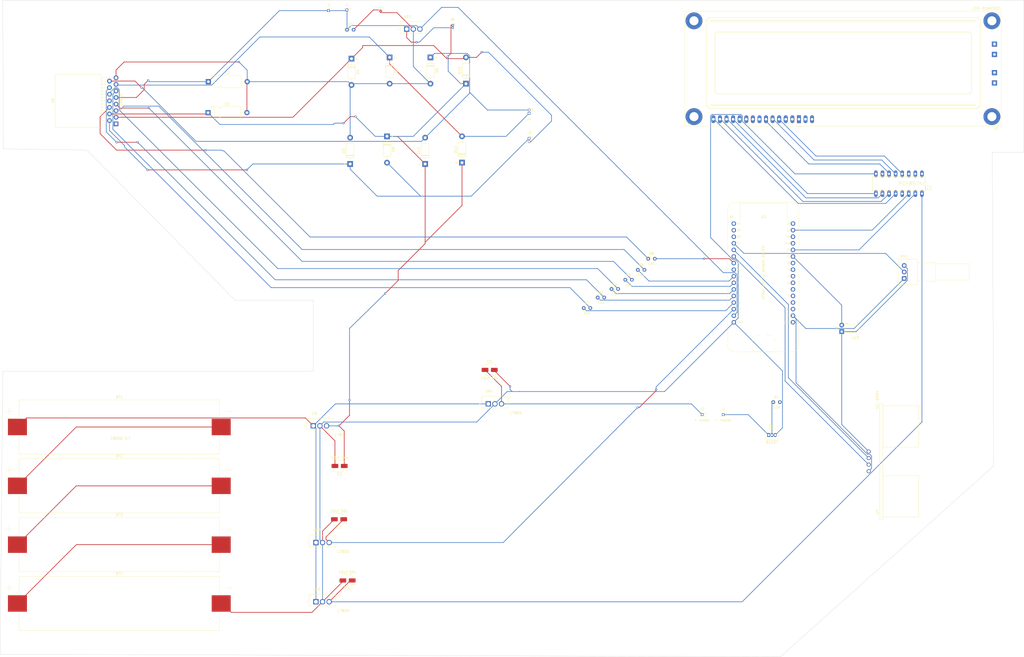
<source format=kicad_pcb>
(kicad_pcb (version 20221018) (generator pcbnew)
  (title_block (title "Suppalerk Prarakkamo"))
  (layers (0 "F.Cu" signal) (31 "B.Cu" signal) (34 "B.Paste" user) (35 "F.Paste" user) (36 "B.SilkS" user "B.Silkscreen") (37 "F.SilkS" user "F.Silkscreen") (38 "B.Mask" user) (39 "F.Mask" user) (44 "Edge.Cuts" user))
  (net 0 "")
  (net 1 "Net-(BT1-+)")
  (net 2 "Net-(BT1--)")
  (net 3 "5v")
  (net 4 "Net-(BT2--)")
  (net 5 "/D19")
  (net 9 "Net-(U1-RS)")
  (net 10 "Net-(U1-R{slash}~{W})")
  (net 11 "Net-(U1-E)")
  (net 16 "Net-(U1-DB4)")
  (net 17 "Net-(U1-DB5)")
  (net 18 "Net-(U1-DB6)")
  (net 19 "Net-(U1-DB7)")
  (net 31 "/D22")
  (net 32 "/D21")
  (net 34 "/3v3")
  (net 39 "/12v_wheel")
  (net 41 "Net-(BT3--)")
  (net 43 "Earth")
  (net 44 "rx2")
  (net 45 "/GND_1")
  (net 46 "tx2")
  (net 48 "/dust motor")
  (net 49 "/5v_lcd")
  (net 50 "/D18")
  (net 51 "GND")
  (net 52 "Net-(D3-K)")
  (net 53 "Net-(D10-A)")
  (net 55 "Net-(D11-A)")
  (net 59 "Net-(D12-A)")
  (net 60 "Net-(D7-A)")
  (net 61 "Net-(J1-Pin_1)")
  (net 62 "Net-(J6-Pin_2)")
  (net 63 "Net-(Q1-B)")
  (net 64 "/D34")
  (net 65 "/D35")
  (net 66 "/D32")
  (net 67 "/D33")
  (net 68 "/D26")
  (net 69 "/D27")
  (net 70 "/D14")
  (net 71 "/D12")
  (net 72 "/D25")
  (net 73 "/5v_control")
  (net 74 "Net-(U6-IN4)")
  (net 75 "Net-(U6-IN3)")
  (net 76 "Net-(U6-IN2)")
  (net 77 "Net-(U6-IN1)")
  (net 78 "Net-(U6-EnB)")
  (net 79 "Net-(U6-EnA)")
  (footprint "Connector_PinSocket_1.27mm:PinSocket_1x01_P1.27mm_Vertical" (layer "F.Cu") (at 138.684 15.748)
    (fp_text reference ".2")
    (fp_text value "~")
  )
  (footprint "Resistor_THT:R_Axial_DIN0204_L3.6mm_D1.6mm_P2.54mm_Vertical" (layer "F.Cu") (at 247.954 123.19)
    (fp_text reference "R4")
    (fp_text value "15k")
  )
  (footprint "Diode_THT:D_DO-41_SOD81_P10.16mm_Horizontal" (layer "F.Cu") (at 178.054 33.782 -90)
    (fp_text reference "D6")
    (fp_text value "1N4007")
  )
  (footprint "Package_TO_SOT_THT:TO-220-15_P2.54x2.54mm_StaggerOdd_Lead5.84mm_TabDown" (layer "F.Cu") (at 56.686 59.441 90)
    (fp_text reference "U6")
    (fp_text value "L298HN")
  )
  (footprint "L7805:L7805" (layer "F.Cu") (at 136.408 220.417)
    (fp_text reference "VR2")
    (fp_text value "L7805")
  )
  (footprint "Capacitor_THT:CP_Axial_L10.0mm_D4.5mm_P15.00mm_Horizontal" (layer "F.Cu") (at 92.322 43.1685)
    (fp_text reference "C2")
    (fp_text value "220uf")
  )
  (footprint "Capacitor_SMD:CP_Elec_4x3.9" (layer "F.Cu") (at 142.98 191.516 180)
    (fp_text reference "C3")
    (fp_text value "10uf 50v")
  )
  (footprint "L7805:L7805" (layer "F.Cu") (at 171.44 22.1975)
    (fp_text reference "VR1")
    (fp_text value "L7805")
  )
  (footprint "PCF8574:DIL16" (layer "F.Cu") (at 358.902 82.55 180)
    (fp_text reference "U2")
    (fp_text value "PCF8574")
  )
  (footprint "Diode_THT:D_DO-41_SOD81_P10.16mm_Horizontal" (layer "F.Cu") (at 147.066 74.93 90)
    (fp_text reference "D3")
    (fp_text value "1N4007")
  )
  (footprint "Capacitor_SMD:CP_Elec_4x3.9" (layer "F.Cu") (at 146.05 235.712 180)
    (fp_text reference "C4")
    (fp_text value "10uf 50v")
  )
  (footprint "Connector_PinSocket_1.27mm:PinSocket_1x01_P1.27mm_Vertical" (layer "F.Cu") (at 282.956 171.704)
    (fp_text reference "J2")
    (fp_text value "+ motor")
  )
  (footprint "esp32:uPesy_ESP32_Wroom_DevKit" (layer "F.Cu") (at 306.516201 116.92525)
    (fp_text reference "U3")
    (fp_text value "uPesy_ESP32_Wroom_DevKit")
  )
  (footprint "Package_TO_SOT_THT:TO-92_Inline" (layer "F.Cu") (at 308.61 179.578)
    (fp_text reference "Q1")
    (fp_text value "BC337")
  )
  (footprint "Potentiometer_THT:Potentiometer_Alps_RK097_Single_Horizontal" (layer "F.Cu") (at 360.934 119.126 180)
    (fp_text reference "RV1")
    (fp_text value "R_Potentiometer")
  )
  (footprint "Diode_THT:D_DO-41_SOD81_P10.16mm_Horizontal" (layer "F.Cu") (at 162.306 33.782 -90)
    (fp_text reference "D5")
    (fp_text value "1N4007")
  )
  (footprint "Resistor_THT:R_Axial_DIN0204_L3.6mm_D1.6mm_P2.54mm_Vertical" (layer "F.Cu") (at 237.236 130.556)
    (fp_text reference "R7")
    (fp_text value "15k")
  )
  (footprint "Battery:BatteryHolder_Keystone_1042_1x18650" (layer "F.Cu") (at 57.952 244.602)
    (fp_text reference "BT4")
    (fp_text value "18650 3.7")
  )
  (footprint "Diode_THT:D_DO-41_SOD81_P10.16mm_Horizontal" (layer "F.Cu") (at 147.574 34.29 -90)
    (fp_text reference "D4")
    (fp_text value "1N4007")
  )
  (footprint "Battery:BatteryHolder_Keystone_1042_1x18650" (layer "F.Cu") (at 57.952 176.472)
    (fp_text reference "BT1")
    (fp_text value "18650 3.7")
  )
  (footprint "Battery:BatteryHolder_Keystone_1042_1x18650" (layer "F.Cu") (at 57.952 199.182)
    (fp_text reference "BT2")
    (fp_text value "18650 3.7")
  )
  (footprint "Diode_THT:D_DO-41_SOD81_P10.16mm_Horizontal" (layer "F.Cu") (at 161.29 64.262 -90)
    (fp_text reference "D9")
    (fp_text value "1N4007")
  )
  (footprint "Connector_PinSocket_1.00mm:PinSocket_1x02_P1.00mm_Vertical" (layer "F.Cu") (at 186.726 21.344)
    (fp_text reference "J6")
    (fp_text value "~" hide)
  )
  (footprint "Resistor_THT:R_Axial_DIN0204_L3.6mm_D1.6mm_P2.54mm_Vertical" (layer "F.Cu") (at 253.288 119.634)
    (fp_text reference "R5")
    (fp_text value "15k")
  )
  (footprint "LED_SMD:LED_0201_0603Metric" (layer "F.Cu") (at 158.841 16.002)
    (fp_text reference "D7")
    (fp_text value "LED")
  )
  (footprint "L7805:L7805" (layer "F.Cu") (at 202.946 166.878)
    (fp_text reference "VR4")
    (fp_text value "L7805")
  )
  (footprint "Resistor_THT:R_Axial_DIN0204_L3.6mm_D1.6mm_P2.54mm_Vertical" (layer "F.Cu") (at 145.846 23.114)
    (fp_text reference "R2")
    (fp_text value "1k")
  )
  (footprint "Display:LCD-016N002L" (layer "F.Cu") (at 320.294 57.658 180)
    (fp_text reference "U1")
    (fp_text value "LCD-016N002L")
  )
  (footprint "HC-SR04:HC-SR04" (layer "F.Cu") (at 347.237 189.738 90)
    (fp_text reference "U4")
    (fp_text value "HC-SR04")
  )
  (footprint "Resistor_THT:R_Axial_DIN0204_L3.6mm_D1.6mm_P2.54mm_Vertical" (layer "F.Cu") (at 262.128 111.506)
    (fp_text reference "R8")
    (fp_text value "15k")
  )
  (footprint "Diode_THT:D_DO-41_SOD81_P10.16mm_Horizontal" (layer "F.Cu") (at 176.022 74.93 90)
    (fp_text reference "D12")
    (fp_text value "1N4007")
  )
  (footprint "L7805:L7805" (layer "F.Cu") (at 135.392 175.3595)
    (fp_text reference "U5")
    (fp_text value "L7812")
  )
  (footprint "Diode_THT:D_DO-41_SOD81_P10.16mm_Horizontal" (layer "F.Cu") (at 191.77 43.942 90)
    (fp_text reference "D10")
    (fp_text value "1N4007")
  )
  (footprint "Diode_THT:D_DO-41_SOD81_P10.16mm_Horizontal" (layer "F.Cu") (at 190.246 74.422 90)
    (fp_text reference "D11")
    (fp_text value "1N4007")
  )
  (footprint "Resistor_THT:R_Axial_DIN0204_L3.6mm_D1.6mm_P2.54mm_Vertical" (layer "F.Cu") (at 310.388 166.878)
    (fp_text reference "R1")
    (fp_text value "1.5k")
  )
  (footprint "L7805:L7805" (layer "F.Cu") (at 136.398 243.277)
    (fp_text reference "VR3")
    (fp_text value "L7805")
  )
  (footprint "Capacitor_THT:CP_Axial_L10.0mm_D4.5mm_P15.00mm_Horizontal" (layer "F.Cu") (at 92.202 55.118)
    (fp_text reference "C1")
    (fp_text value "220uf")
  )
  (footprint "Battery:BatteryHolder_Keystone_1042_1x18650" (layer "F.Cu") (at 57.952 221.892)
    (fp_text reference "BT3")
    (fp_text value "18650 3.7")
  )
  (footprint "Connector_PinSocket_1.27mm:PinSocket_1x01_P1.27mm_Vertical" (layer "F.Cu") (at 145.796 15.494)
    (fp_text reference ".1")
    (fp_text value "~")
  )
  (footprint "Capacitor_SMD:CP_Elec_4x3.9" (layer "F.Cu") (at 142.77 212.09 180)
    (fp_text reference "C7")
    (fp_text value "10uf 50v")
  )
  (footprint "Capacitor_SMD:CP_Elec_4x3.9" (layer "F.Cu") (at 200.914 154.432)
    (fp_text reference "C5")
    (fp_text value "10uf 50v")
  )
  (footprint "Connector_PinSocket_1.27mm:PinSocket_1x01_P1.27mm_Vertical" (layer "F.Cu") (at 291.084 171.704)
    (fp_text reference "J1")
    (fp_text value "- motor")
  )
  (footprint "Resistor_THT:R_Axial_DIN0204_L3.6mm_D1.6mm_P2.54mm_Vertical" (layer "F.Cu") (at 258.114 115.824)
    (fp_text reference "R6")
    (fp_text value "15k")
  )
  (footprint "Connector_PinSocket_1.27mm:PinSocket_1x02_P1.27mm_Vertical" (layer "F.Cu") (at 216.154 65.024)
    (fp_text reference "J3")
    (fp_text value "motorA")
  )
  (footprint "Resistor_THT:R_Axial_DIN0204_L3.6mm_D1.6mm_P2.54mm_Vertical" (layer "F.Cu") (at 242.62 126.492)
    (fp_text reference "R3")
    (fp_text value "15k")
  )
  (footprint "Connector_PinSocket_1.27mm:PinSocket_1x02_P1.27mm_Vertical" (layer "F.Cu") (at 216.154 55.372 180)
    (fp_text reference "J4")
    (fp_text value "motorB")
  )
  (footprint "LED_THT:LED_D3.0mm_Horizontal_O1.27mm_Z2.0mm" (layer "F.Cu") (at 336.824 139.669 90)
    (fp_text reference "D1")
    (fp_text value "LED")
  )
  (gr_line (start 12.954 154.94) (end 132.842 154.94) (stroke (width 0.1)) (layer "Edge.Cuts"))
  (gr_line (start 313.182 265.176) (end 11.938 264.16) (stroke (width 0.1)) (layer "Edge.Cuts"))
  (gr_line (start 132.842 154.94) (end 132.842 127.508) (stroke (width 0.1)) (layer "Edge.Cuts"))
  (gr_line (start 407.162 11.684) (end 407.162 70.358) (stroke (width 0.1)) (layer "Edge.Cuts"))
  (gr_line (start 407.162 70.358) (end 394.97 70.358) (stroke (width 0.1)) (layer "Edge.Cuts"))
  (gr_line (start 102.616 127.508) (end 45.466 69.596) (stroke (width 0.1)) (layer "Edge.Cuts"))
  (gr_line (start 395.478 191.516) (end 313.182 265.176) (stroke (width 0.1)) (layer "Edge.Cuts"))
  (gr_line (start 13.208 69.088) (end 12.954 11.684) (stroke (width 0.1)) (layer "Edge.Cuts"))
  (gr_line (start 394.97 70.358) (end 395.478 191.516) (stroke (width 0.1)) (layer "Edge.Cuts"))
  (gr_line (start 12.954 11.684) (end 407.162 11.684) (stroke (width 0.1)) (layer "Edge.Cuts"))
  (gr_line (start 132.842 127.508) (end 102.616 127.508) (stroke (width 0.1)) (layer "Edge.Cuts"))
  (gr_line (start 11.938 264.16) (end 12.954 154.94) (stroke (width 0.1)) (layer "Edge.Cuts"))
  (gr_line (start 45.466 69.596) (end 13.208 69.088) (stroke (width 0.1)) (layer "Edge.Cuts"))
  (segment (start 129.792 172.972) (end 132.842 176.022) (width 0.25) (layer "F.Cu") (net 1))
  (segment (start 22.122 172.972) (end 129.792 172.972) (width 0.25) (layer "F.Cu") (net 1))
  (segment (start 18.622 176.472) (end 22.122 172.972) (width 0.25) (layer "F.Cu") (net 1))
  (segment (start 133.848 243.9395) (end 133.848 221.0895) (width 0.25) (layer "B.Cu") (net 1))
  (segment (start 141.3235 167.5405) (end 132.842 176.022) (width 0.25) (layer "B.Cu") (net 1))
  (segment (start 133.858 177.038) (end 132.842 176.022) (width 0.25) (layer "B.Cu") (net 1))
  (segment (start 133.848 221.0895) (end 133.858 221.0795) (width 0.25) (layer "B.Cu") (net 1))
  (segment (start 200.396 167.5405) (end 141.3235 167.5405) (width 0.25) (layer "B.Cu") (net 1))
  (segment (start 133.858 221.0795) (end 133.858 177.038) (width 0.25) (layer "B.Cu") (net 1))
  (segment (start 18.622 199.182) (end 41.332 176.472) (width 0.25) (layer "F.Cu") (net 2))
  (segment (start 41.332 176.472) (end 97.282 176.472) (width 0.25) (layer "F.Cu") (net 2))
  (segment (start 67.564 44.196) (end 67.564 46.228) (width 0.25) (layer "F.Cu") (net 3))
  (segment (start 67.564 46.228) (end 64.511 49.281) (width 0.25) (layer "F.Cu") (net 3))
  (segment (start 64.511 49.281) (end 56.686 49.281) (width 0.25) (layer "F.Cu") (net 3))
  (segment (start 69.088 42.672) (end 67.564 44.196) (width 0.25) (layer "F.Cu") (net 3))
  (via (at 69.088 42.672) (size 0.8) (drill 0.4) (layers "F.Cu" "B.Cu") (net 3))
  (segment (start 291.15015 116.90615) (end 188.722 14.478) (width 0.25) (layer "B.Cu") (net 3))
  (segment (start 172.6375 21.5075) (end 173.99 22.86) (width 0.25) (layer "B.Cu") (net 3))
  (segment (start 92.322 43.1685) (end 69.5845 43.1685) (width 0.25) (layer "B.Cu") (net 3))
  (segment (start 69.5845 43.1685) (end 69.088 42.672) (width 0.25) (layer "B.Cu") (net 3))
  (segment (start 138.684 15.748) (end 145.542 15.748) (width 0.25) (layer "B.Cu") (net 3))
  (segment (start 145.846 15.544) (end 145.796 15.494) (width 0.25) (layer "B.Cu") (net 3))
  (segment (start 296.418 132.266351) (end 296.418 117.664248) (width 0.25) (layer "B.Cu") (net 3))
  (segment (start 138.684 15.748) (end 119.7425 15.748) (width 0.25) (layer "B.Cu") (net 3))
  (segment (start 182.372 14.478) (end 173.99 22.86) (width 0.25) (layer "B.Cu") (net 3))
  (segment (start 188.722 14.478) (end 182.372 14.478) (width 0.25) (layer "B.Cu") (net 3))
  (segment (start 145.542 15.748) (end 145.796 15.494) (width 0.25) (layer "B.Cu") (net 3))
  (segment (start 145.846 23.114) (end 147.4525 21.5075) (width 0.25) (layer "B.Cu") (net 3))
  (segment (start 145.846 23.114) (end 145.846 15.544) (width 0.25) (layer "B.Cu") (net 3))
  (segment (start 296.418 117.664248) (end 295.659902 116.90615) (width 0.25) (layer "B.Cu") (net 3))
  (segment (start 295.173201 133.51115) (end 296.418 132.266351) (width 0.25) (layer "B.Cu") (net 3))
  (segment (start 119.7425 15.748) (end 92.322 43.1685) (width 0.25) (layer "B.Cu") (net 3))
  (segment (start 147.4525 21.5075) (end 172.6375 21.5075) (width 0.25) (layer "B.Cu") (net 3))
  (segment (start 295.659902 116.90615) (end 291.15015 116.90615) (width 0.25) (layer "B.Cu") (net 3))
  (segment (start 18.622 221.892) (end 41.332 199.182) (width 0.25) (layer "F.Cu") (net 4))
  (segment (start 41.332 199.182) (end 97.282 199.182) (width 0.25) (layer "F.Cu") (net 4))
  (segment (start 336.824 137.129) (end 336.824 129.451449) (width 0.25) (layer "B.Cu") (net 5))
  (segment (start 336.824 129.451449) (end 318.011601 110.63905) (width 0.25) (layer "B.Cu") (net 5))
  (segment (start 312.674 57.658) (end 326.898 71.882) (width 0.25) (layer "B.Cu") (net 9))
  (segment (start 326.898 71.882) (end 353.314 71.882) (width 0.25) (layer "B.Cu") (net 9))
  (segment (start 353.314 71.882) (end 360.172 78.74) (width 0.25) (layer "B.Cu") (net 9))
  (segment (start 357.632 78.74) (end 352.298 73.406) (width 0.25) (layer "B.Cu") (net 10))
  (segment (start 310.388 57.658) (end 310.134 57.658) (width 0.25) (layer "B.Cu") (net 10))
  (segment (start 326.136 73.406) (end 310.388 57.658) (width 0.25) (layer "B.Cu") (net 10))
  (segment (start 352.298 73.406) (end 326.136 73.406) (width 0.25) (layer "B.Cu") (net 10))
  (segment (start 324.104 74.93) (end 307.594 58.42) (width 0.25) (layer "B.Cu") (net 11))
  (segment (start 351.532 74.93) (end 355.092 78.49) (width 0.25) (layer "B.Cu") (net 11))
  (segment (start 307.594 58.42) (end 307.594 57.658) (width 0.25) (layer "B.Cu") (net 11))
  (segment (start 355.092 78.49) (end 355.092 78.74) (width 0.25) (layer "B.Cu") (net 11))
  (segment (start 324.104 74.93) (end 351.532 74.93) (width 0.25) (layer "B.Cu") (net 11))
  (segment (start 350.012 86.36) (end 323.596 86.36) (width 0.25) (layer "B.Cu") (net 16))
  (segment (start 323.596 86.36) (end 294.894 57.658) (width 0.25) (layer "B.Cu") (net 16))
  (segment (start 350.9062 88.0058) (end 322.9558 88.0058) (width 0.25) (layer "B.Cu") (net 17))
  (segment (start 322.326 87.36028) (end 292.62372 57.658) (width 0.25) (layer "B.Cu") (net 17))
  (segment (start 322.9558 88.0058) (end 322.326 87.376) (width 0.25) (layer "B.Cu") (net 17))
  (segment (start 352.552 86.36) (end 350.9062 88.0058) (width 0.25) (layer "B.Cu") (net 17))
  (segment (start 322.326 87.376) (end 322.326 87.36028) (width 0.25) (layer "B.Cu") (net 17))
  (segment (start 292.62372 57.658) (end 292.354 57.658) (width 0.25) (layer "B.Cu") (net 17))
  (segment (start 355.092 86.36) (end 352.044 89.408) (width 0.25) (layer "B.Cu") (net 18))
  (segment (start 290.068 57.658) (end 289.814 57.658) (width 0.25) (layer "B.Cu") (net 18))
  (segment (start 321.818 89.408) (end 290.068 57.658) (width 0.25) (layer "B.Cu") (net 18))
  (segment (start 352.044 89.408) (end 321.818 89.408) (width 0.25) (layer "B.Cu") (net 18))
  (segment (start 353.822 90.17) (end 320.04 90.17) (width 0.25) (layer "B.Cu") (net 19))
  (segment (start 320.04 90.17) (end 287.528 57.658) (width 0.25) (layer "B.Cu") (net 19))
  (segment (start 287.528 57.658) (end 287.274 57.658) (width 0.25) (layer "B.Cu") (net 19))
  (segment (start 357.632 86.36) (end 353.822 90.17) (width 0.25) (layer "B.Cu") (net 19))
  (segment (start 348.59295 100.47905) (end 318.011601 100.47905) (width 0.25) (layer "B.Cu") (net 31))
  (segment (start 362.712 86.36) (end 348.59295 100.47905) (width 0.25) (layer "B.Cu") (net 31))
  (segment (start 365.252 86.36) (end 343.51295 108.09905) (width 0.25) (layer "B.Cu") (net 32))
  (segment (start 343.51295 108.09905) (end 318.011601 108.09905) (width 0.25) (layer "B.Cu") (net 32))
  (segment (start 319.186601 134.67405) (end 318.011601 133.49905) (width 0.25) (layer "B.Cu") (net 34))
  (segment (start 347.237 193.548) (end 348.327 192.458) (width 0.25) (layer "B.Cu") (net 34))
  (segment (start 322.956551 138.444) (end 318.011601 133.49905) (width 0.25) (layer "B.Cu") (net 34))
  (segment (start 348.327 192.458) (end 348.327 187.656507) (width 0.25) (layer "B.Cu") (net 34))
  (segment (start 347.688493 187.018) (end 346.785507 187.018) (width 0.25) (layer "B.Cu") (net 34))
  (segment (start 319.186601 159.419094) (end 319.186601 134.67405) (width 0.25) (layer "B.Cu") (net 34))
  (segment (start 360.934 119.126) (end 341.616 138.444) (width 0.25) (layer "B.Cu") (net 34))
  (segment (start 348.327 187.656507) (end 347.688493 187.018) (width 0.25) (layer "B.Cu") (net 34))
  (segment (start 346.785507 187.018) (end 319.186601 159.419094) (width 0.25) (layer "B.Cu") (net 34))
  (segment (start 341.616 138.444) (end 322.956551 138.444) (width 0.25) (layer "B.Cu") (net 34))
  (segment (start 147.066 56.642) (end 144.526 59.182) (width 0.25) (layer "F.Cu") (net 39))
  (segment (start 184.658 33.528) (end 185.976 32.21) (width 0.25) (layer "F.Cu") (net 39))
  (segment (start 165.608 119.888) (end 165.608 116.078) (width 0.25) (layer "F.Cu") (net 39))
  (segment (start 165.608 116.078) (end 176.022 105.664) (width 0.25) (layer "F.Cu") (net 39))
  (segment (start 176.022 105.156) (end 176.022 74.93) (width 0.25) (layer "F.Cu") (net 39))
  (segment (start 185.976 21.419) (end 186.051 21.344) (width 0.25) (layer "F.Cu") (net 39))
  (segment (start 186.051 21.344) (end 186.726 21.344) (width 0.25) (layer "F.Cu") (net 39))
  (segment (start 190.246 90.932) (end 176.022 105.156) (width 0.25) (layer "F.Cu") (net 39))
  (segment (start 165.354 64.262) (end 176.022 74.93) (width 0.25) (layer "F.Cu") (net 39))
  (segment (start 176.022 105.664) (end 176.022 105.156) (width 0.25) (layer "F.Cu") (net 39))
  (segment (start 144.78 178.054) (end 142.748 176.022) (width 0.25) (layer "F.Cu") (net 39))
  (segment (start 160.528 124.968) (end 165.608 119.888) (width 0.25) (layer "F.Cu") (net 39))
  (segment (start 92.202 55.118) (end 91.689 55.631) (width 0.25) (layer "F.Cu") (net 39))
  (segment (start 146.812 166.116) (end 146.812 166.37) (width 0.25) (layer "F.Cu") (net 39))
  (segment (start 161.29 64.262) (end 165.354 64.262) (width 0.25) (layer "F.Cu") (net 39))
  (segment (start 144.78 191.516) (end 144.78 178.054) (width 0.25) (layer "F.Cu") (net 39))
  (segment (start 142.748 176.022) (end 146.812 171.958) (width 0.25) (layer "F.Cu") (net 39))
  (segment (start 146.812 171.958) (end 146.812 166.116) (width 0.25) (layer "F.Cu") (net 39))
  (segment (start 91.689 55.631) (end 54.146 55.631) (width 0.25) (layer "F.Cu") (net 39))
  (segment (start 185.976 32.21) (end 185.976 21.419) (width 0.25) (layer "F.Cu") (net 39))
  (segment (start 190.246 74.422) (end 190.246 90.932) (width 0.25) (layer "F.Cu") (net 39))
  (segment (start 149.098 56.642) (end 147.066 56.642) (width 0.25) (layer "F.Cu") (net 39))
  (via (at 142.748 176.022) (size 0.8) (drill 0.4) (layers "F.Cu" "B.Cu") (net 39))
  (via (at 160.528 124.968) (size 0.8) (drill 0.4) (layers "F.Cu" "B.Cu") (net 39))
  (via (at 146.812 166.116) (size 0.8) (drill 0.4) (layers "F.Cu" "B.Cu") (net 39))
  (via micro (at 149.098 56.642) (size 0.8) (drill 0.4) (layers "F.Cu" "B.Cu") (net 39))
  (via (at 144.526 59.182) (size 0.8) (drill 0.4) (layers "F.Cu" "B.Cu") (net 39))
  (via (at 184.658 33.528) (size 0.8) (drill 0.4) (layers "F.Cu" "B.Cu") (net 39))
  (segment (start 96.774 59.69) (end 92.202 55.118) (width 0.25) (layer "B.Cu") (net 39))
  (segment (start 137.942 176.022) (end 142.748 176.022) (width 0.25) (layer "B.Cu") (net 39))
  (segment (start 146.812 166.116) (end 146.812 138.43) (width 0.25) (layer "B.Cu") (net 39))
  (segment (start 140.716 59.436) (end 140.97 59.182) (width 0.25) (layer "B.Cu") (net 39))
  (segment (start 156.718 64.262) (end 149.098 56.642) (width 0.25) (layer "B.Cu") (net 39))
  (segment (start 171.45 64.262) (end 191.77 43.942) (width 0.25) (layer "B.Cu") (net 39))
  (segment (start 140.716 59.69) (end 96.774 59.69) (width 0.25) (layer "B.Cu") (net 39))
  (segment (start 191.77 43.942) (end 189.738 43.942) (width 0.25) (layer "B.Cu") (net 39))
  (segment (start 142.748 176.022) (end 142.494 176.022) (width 0.25) (layer "B.Cu") (net 39))
  (segment (start 160.528 124.968) (end 160.274 124.968) (width 0.25) (layer "B.Cu") (net 39))
  (segment (start 140.97 59.182) (end 144.526 59.182) (width 0.25) (layer "B.Cu") (net 39))
  (segment (start 161.29 64.262) (end 171.45 64.262) (width 0.25) (layer "B.Cu") (net 39))
  (segment (start 189.738 43.942) (end 184.912 39.116) (width 0.25) (layer "B.Cu") (net 39))
  (segment (start 184.912 33.782) (end 184.658 33.528) (width 0.25) (layer "B.Cu") (net 39))
  (segment (start 161.29 64.262) (end 156.718 64.262) (width 0.25) (layer "B.Cu") (net 39))
  (segment (start 140.716 59.69) (end 140.716 59.436) (width 0.25) (layer "B.Cu") (net 39))
  (segment (start 184.912 39.116) (end 184.912 33.782) (width 0.25) (layer "B.Cu") (net 39))
  (segment (start 146.812 138.43) (end 160.528 124.968) (width 0.25) (layer "B.Cu") (net 39))
  (segment (start 97.282 221.892) (end 41.332 221.892) (width 0.25) (layer "F.Cu") (net 41))
  (segment (start 41.332 221.892) (end 18.622 244.602) (width 0.25) (layer "F.Cu") (net 41))
  (segment (start 107.202 43.2885) (end 107.322 43.1685) (width 0.25) (layer "F.Cu") (net 43))
  (segment (start 158.521 16.193041) (end 158.521 16.002) (width 0.25) (layer "F.Cu") (net 43))
  (segment (start 56.686 38.658588) (end 56.686 41.661) (width 0.25) (layer "F.Cu") (net 43))
  (segment (start 59.784588 35.56) (end 56.686 38.658588) (width 0.25) (layer "F.Cu") (net 43))
  (segment (start 158.854959 16.527) (end 158.521 16.193041) (width 0.25) (layer "F.Cu") (net 43))
  (segment (start 104.14 35.56) (end 59.784588 35.56) (width 0.25) (layer "F.Cu") (net 43))
  (segment (start 171.44 22.86) (end 165.107 16.527) (width 0.25) (layer "F.Cu") (net 43))
  (segment (start 107.202 55.118) (end 107.202 43.2885) (width 0.25) (layer "F.Cu") (net 43))
  (segment (start 165.107 16.527) (end 158.854959 16.527) (width 0.25) (layer "F.Cu") (net 43))
  (via (at 104.14 35.56) (size 0.8) (drill 0.4) (layers "F.Cu" "B.Cu") (net 43))
  (segment (start 148.082 43.942) (end 147.574 44.45) (width 0.25) (layer "B.Cu") (net 43))
  (segment (start 147.066 44.958) (end 147.574 44.45) (width 0.25) (layer "B.Cu") (net 43))
  (segment (start 162.306 43.942) (end 178.054 43.942) (width 0.25) (layer "B.Cu") (net 43))
  (segment (start 107.322 43.1685) (end 107.322 38.742) (width 0.25) (layer "B.Cu") (net 43))
  (segment (start 171.44 22.86) (end 171.44 37.328) (width 0.25) (layer "B.Cu") (net 43))
  (segment (start 146.2925 43.1685) (end 147.574 44.45) (width 0.25) (layer "B.Cu") (net 43))
  (segment (start 147.066 64.77) (end 147.066 44.958) (width 0.25) (layer "B.Cu") (net 43))
  (segment (start 171.44 37.328) (end 178.054 43.942) (width 0.25) (layer "B.Cu") (net 43))
  (segment (start 162.306 43.942) (end 148.082 43.942) (width 0.25) (layer "B.Cu") (net 43))
  (segment (start 104.14 35.56) (end 104.394 35.814) (width 0.25) (layer "B.Cu") (net 43))
  (segment (start 107.322 43.1685) (end 146.2925 43.1685) (width 0.25) (layer "B.Cu") (net 43))
  (segment (start 107.322 38.742) (end 104.14 35.56) (width 0.25) (layer "B.Cu") (net 43))
  (segment (start 336.824 139.669) (end 336.824 175.515) (width 0.25) (layer "B.Cu") (net 45))
  (segment (start 342.387016 139.669) (end 336.824 139.669) (width 0.25) (layer "B.Cu") (net 45))
  (segment (start 360.934 114.126) (end 362.159 115.351) (width 0.25) (layer "B.Cu") (net 45))
  (segment (start 336.824 175.515) (end 347.237 185.928) (width 0.25) (layer "B.Cu") (net 45))
  (segment (start 362.159 119.897016) (end 342.387016 139.669) (width 0.25) (layer "B.Cu") (net 45))
  (segment (start 362.159 115.351) (end 362.159 119.897016) (width 0.25) (layer "B.Cu") (net 45))
  (segment (start 205.496 167.5405) (end 205.496 160.814) (width 0.25) (layer "F.Cu") (net 48))
  (segment (start 205.496 160.814) (end 199.114 154.432) (width 0.25) (layer "F.Cu") (net 48))
  (segment (start 278.7925 167.5405) (end 282.956 171.704) (width 0.25) (layer "B.Cu") (net 48))
  (segment (start 205.496 167.5405) (end 278.7925 167.5405) (width 0.25) (layer "B.Cu") (net 48))
  (segment (start 147.1755 235.712) (end 138.948 243.9395) (width 0.25) (layer "F.Cu") (net 49))
  (segment (start 147.85 235.712) (end 147.1755 235.712) (width 0.25) (layer "F.Cu") (net 49))
  (segment (start 298.386993 243.9395) (end 138.948 243.9395) (width 0.25) (layer "B.Cu") (net 49))
  (segment (start 367.792 174.534493) (end 298.386993 243.9395) (width 0.25) (layer "B.Cu") (net 49))
  (segment (start 367.792 86.36) (end 367.792 174.534493) (width 0.25) (layer "B.Cu") (net 49))
  (segment (start 97.282 244.602) (end 97.777 244.602) (width 0.25) (layer "F.Cu") (net 51))
  (segment (start 202.714 154.432) (end 202.714 154.708) (width 0.25) (layer "F.Cu") (net 51))
  (segment (start 136.408 216.652) (end 136.408 221.0795) (width 0.25) (layer "F.Cu") (net 51))
  (segment (start 208.788 160.782) (end 208.788 160.761192) (width 0.25) (layer "F.Cu") (net 51))
  (segment (start 144.25 236.0875) (end 136.398 243.9395) (width 0.25) (layer "F.Cu") (net 51))
  (segment (start 141.18 181.81) (end 135.392 176.022) (width 0.25) (layer "F.Cu") (net 51))
  (segment (start 144.25 235.712) (end 144.25 236.0875) (width 0.25) (layer "F.Cu") (net 51))
  (segment (start 140.97 212.09) (end 136.408 216.652) (width 0.25) (layer "F.Cu") (net 51))
  (segment (start 101.202 248.027) (end 132.3105 248.027) (width 0.25) (layer "F.Cu") (net 51))
  (segment (start 132.3105 248.027) (end 136.398 243.9395) (width 0.25) (layer "F.Cu") (net 51))
  (segment (start 202.714 154.708) (end 208.788 160.782) (width 0.25) (layer "F.Cu") (net 51))
  (segment (start 141.18 191.516) (end 141.18 181.81) (width 0.25) (layer "F.Cu") (net 51))
  (segment (start 97.777 244.602) (end 101.202 248.027) (width 0.25) (layer "F.Cu") (net 51))
  (via micro (at 208.788 160.782) (size 0.8) (drill 0.4) (layers "F.Cu" "B.Cu") (net 51))
  (segment (start 212.344 162.777) (end 268.447351 162.777) (width 0.25) (layer "B.Cu") (net 51))
  (segment (start 135.392 176.022) (end 135.392 220.0635) (width 0.25) (layer "B.Cu") (net 51))
  (segment (start 209.55 162.777) (end 212.344 162.777) (width 0.25) (layer "B.Cu") (net 51))
  (segment (start 313.953 176.775) (end 311.15 179.578) (width 0.25) (layer "B.Cu") (net 51))
  (segment (start 208.788 160.782) (end 208.788 162.015) (width 0.25) (layer "B.Cu") (net 51))
  (segment (start 295.173201 136.05115) (end 313.953 154.830949) (width 0.25) (layer "B.Cu") (net 51))
  (segment (start 195.924302 174.562198) (end 136.851802 174.562198) (width 0.25) (layer "B.Cu") (net 51))
  (segment (start 286.199 103.33865) (end 286.199 56.46272) (width 0.25) (layer "B.Cu") (net 51))
  (segment (start 296.868 112.982345) (end 295.711805 111.82615) (width 0.25) (layer "B.Cu") (net 51))
  (segment (start 295.711805 111.82615) (end 294.6865 111.82615) (width 0.25) (layer "B.Cu") (net 51))
  (segment (start 202.946 167.5405) (end 207.7095 162.777) (width 0.25) (layer "B.Cu") (net 51))
  (segment (start 298.509 58.479) (end 318.77 78.74) (width 0.25) (layer "B.Cu") (net 51))
  (segment (start 318.77 78.74) (end 350.012 78.74) (width 0.25) (layer "B.Cu") (net 51))
  (segment (start 298.509 56.46272) (end 298.509 58.479) (width 0.25) (layer "B.Cu") (net 51))
  (segment (start 136.851802 174.562198) (end 135.392 176.022) (width 0.25) (layer "B.Cu") (net 51))
  (segment (start 294.6865 111.82615) (end 286.199 103.33865) (width 0.25) (layer "B.Cu") (net 51))
  (segment (start 313.953 154.830949) (end 313.953 176.775) (width 0.25) (layer "B.Cu") (net 51))
  (segment (start 297.87928 55.833) (end 298.509 56.46272) (width 0.25) (layer "B.Cu") (net 51))
  (segment (start 268.447351 162.777) (end 295.173201 136.05115) (width 0.25) (layer "B.Cu") (net 51))
  (segment (start 295.173201 136.05115) (end 296.868 134.356351) (width 0.25) (layer "B.Cu") (net 51))
  (segment (start 207.7095 162.777) (end 209.55 162.777) (width 0.25) (layer "B.Cu") (net 51))
  (segment (start 286.82872 55.833) (end 297.87928 55.833) (width 0.25) (layer "B.Cu") (net 51))
  (segment (start 202.946 167.5405) (end 195.924302 174.562198) (width 0.25) (layer "B.Cu") (net 51))
  (segment (start 136.398 243.9395) (end 136.398 221.0895) (width 0.25) (layer "B.Cu") (net 51))
  (segment (start 208.788 162.015) (end 209.55 162.777) (width 0.25) (layer "B.Cu") (net 51))
  (segment (start 296.868 134.356351) (end 296.868 112.982345) (width 0.25) (layer "B.Cu") (net 51))
  (segment (start 286.199 56.46272) (end 286.82872 55.833) (width 0.25) (layer "B.Cu") (net 51))
  (segment (start 136.398 221.0895) (end 136.408 221.0795) (width 0.25) (layer "B.Cu") (net 51))
  (segment (start 135.392 220.0635) (end 136.408 221.0795) (width 0.25) (layer "B.Cu") (net 51))
  (segment (start 69.088 77.216) (end 68.834 77.216) (width 0.25) (layer "F.Cu") (net 52))
  (segment (start 68.834 77.216) (end 107.188 77.216) (width 0.25) (layer "F.Cu") (net 52))
  (via (at 107.188 77.216) (size 0.8) (drill 0.4) (layers "F.Cu" "B.Cu") (net 52))
  (via blind (at 68.834 77.216) (size 0.8) (drill 0.4) (layers "F.Cu" "B.Cu") (net 52))
  (segment (start 157.48 87.376) (end 147.066 76.962) (width 0.25) (layer "B.Cu") (net 52))
  (segment (start 54.146 62.02) (end 59.944 67.818) (width 0.25) (layer "B.Cu") (net 52))
  (segment (start 109.474 74.93) (end 147.066 74.93) (width 0.25) (layer "B.Cu") (net 52))
  (segment (start 174.244 87.376) (end 161.29 74.422) (width 0.25) (layer "B.Cu") (net 52))
  (segment (start 216.154 65.024) (end 193.802 87.376) (width 0.25) (layer "B.Cu") (net 52))
  (segment (start 68.834 77.216) (end 59.944 68.326) (width 0.25) (layer "B.Cu") (net 52))
  (segment (start 193.802 87.376) (end 174.244 87.376) (width 0.25) (layer "B.Cu") (net 52))
  (segment (start 59.944 68.326) (end 59.944 67.818) (width 0.25) (layer "B.Cu") (net 52))
  (segment (start 107.188 77.216) (end 109.474 74.93) (width 0.25) (layer "B.Cu") (net 52))
  (segment (start 54.146 58.171) (end 54.146 62.02) (width 0.25) (layer "B.Cu") (net 52))
  (segment (start 147.066 76.962) (end 147.066 74.93) (width 0.25) (layer "B.Cu") (net 52))
  (segment (start 174.244 87.376) (end 157.48 87.376) (width 0.25) (layer "B.Cu") (net 52))
  (segment (start 147.574 34.29) (end 151.892 29.972) (width 0.25) (layer "F.Cu") (net 53))
  (segment (start 179.314695 29.21) (end 184.394695 34.29) (width 0.25) (layer "F.Cu") (net 53))
  (segment (start 56.686 56.901) (end 124.963 56.901) (width 0.25) (layer "F.Cu") (net 53))
  (segment (start 184.394695 34.29) (end 191.262 34.29) (width 0.25) (layer "F.Cu") (net 53))
  (segment (start 195.834 33.782) (end 191.77 33.782) (width 0.25) (layer "F.Cu") (net 53))
  (segment (start 151.892 29.21) (end 179.314695 29.21) (width 0.25) (layer "F.Cu") (net 53))
  (segment (start 151.892 29.972) (end 151.892 29.21) (width 0.25) (layer "F.Cu") (net 53))
  (segment (start 124.963 56.901) (end 147.574 34.29) (width 0.25) (layer "F.Cu") (net 53))
  (segment (start 197.866 31.75) (end 195.834 33.782) (width 0.25) (layer "F.Cu") (net 53))
  (segment (start 191.262 34.29) (end 191.77 33.782) (width 0.25) (layer "F.Cu") (net 53))
  (via (at 197.866 31.75) (size 0.8) (drill 0.4) (layers "F.Cu" "B.Cu") (net 53))
  (segment (start 224.79 58.365106) (end 224.79 56.134) (width 0.25) (layer "B.Cu") (net 53))
  (segment (start 197.924 31.808) (end 197.866 31.75) (width 0.25) (layer "B.Cu") (net 53))
  (segment (start 216.154 66.294) (end 216.861106 66.294) (width 0.25) (layer "B.Cu") (net 53))
  (segment (start 224.79 56.134) (end 200.464 31.808) (width 0.25) (layer "B.Cu") (net 53))
  (segment (start 216.861106 66.294) (end 224.79 58.365106) (width 0.25) (layer "B.Cu") (net 53))
  (segment (start 200.464 31.808) (end 197.924 31.808) (width 0.25) (layer "B.Cu") (net 53))
  (segment (start 162.306 33.782) (end 162.306 36.322) (width 0.25) (layer "F.Cu") (net 55))
  (segment (start 162.306 36.322) (end 190.246 64.262) (width 0.25) (layer "F.Cu") (net 55))
  (segment (start 112.2325 25.908) (end 93.647 44.4935) (width 0.25) (layer "B.Cu") (net 55))
  (segment (start 207.264 64.262) (end 216.154 55.372) (width 0.25) (layer "B.Cu") (net 55))
  (segment (start 190.246 64.262) (end 207.264 64.262) (width 0.25) (layer "B.Cu") (net 55))
  (segment (start 154.432 25.908) (end 112.2325 25.908) (width 0.25) (layer "B.Cu") (net 55))
  (segment (start 93.647 44.4935) (end 56.9785 44.4935) (width 0.25) (layer "B.Cu") (net 55))
  (segment (start 56.9785 44.4935) (end 56.686 44.201) (width 0.25) (layer "B.Cu") (net 55))
  (segment (start 162.306 33.782) (end 154.432 25.908) (width 0.25) (layer "B.Cu") (net 55))
  (segment (start 64.013 42.931) (end 54.146 42.931) (width 0.25) (layer "F.Cu") (net 59))
  (segment (start 66.548 45.466) (end 64.013 42.931) (width 0.25) (layer "F.Cu") (net 59))
  (via (at 66.548 45.466) (size 0.8) (drill 0.4) (layers "F.Cu" "B.Cu") (net 59))
  (segment (start 216.154 54.102) (end 200.053 54.102) (width 0.25) (layer "B.Cu") (net 59))
  (segment (start 176.022 64.77) (end 174.597 66.195) (width 0.25) (layer "B.Cu") (net 59))
  (segment (start 66.802 45.466) (end 66.548 45.466) (width 0.25) (layer "B.Cu") (net 59))
  (segment (start 193.195 33.191745) (end 192.261255 32.258) (width 0.25) (layer "B.Cu") (net 59))
  (segment (start 192.261255 32.258) (end 179.578 32.258) (width 0.25) (layer "B.Cu") (net 59))
  (segment (start 179.578 32.258) (end 178.054 33.782) (width 0.25) (layer "B.Cu") (net 59))
  (segment (start 174.597 66.195) (end 87.531 66.195) (width 0.25) (layer "B.Cu") (net 59))
  (segment (start 200.053 54.102) (end 193.195 47.244) (width 0.25) (layer "B.Cu") (net 59))
  (segment (start 193.195 47.244) (end 193.195 33.191745) (width 0.25) (layer "B.Cu") (net 59))
  (segment (start 193.195 47.597) (end 193.195 47.244) (width 0.25) (layer "B.Cu") (net 59))
  (segment (start 87.531 66.195) (end 66.802 45.466) (width 0.25) (layer "B.Cu") (net 59))
  (segment (start 176.022 64.77) (end 193.195 47.597) (width 0.25) (layer "B.Cu") (net 59))
  (segment (start 156.023 15.477) (end 148.386 23.114) (width 0.25) (layer "F.Cu") (net 60))
  (segment (start 159.161 15.810959) (end 158.827041 15.477) (width 0.25) (layer "F.Cu") (net 60))
  (segment (start 158.827041 15.477) (end 156.023 15.477) (width 0.25) (layer "F.Cu") (net 60))
  (segment (start 159.161 16.002) (end 159.161 15.810959) (width 0.25) (layer "F.Cu") (net 60))
  (segment (start 300.736 171.704) (end 308.61 179.578) (width 0.25) (layer "B.Cu") (net 61))
  (segment (start 291.084 171.704) (end 300.736 171.704) (width 0.25) (layer "B.Cu") (net 61))
  (segment (start 170.688 27.94) (end 168.89 26.142) (width 0.25) (layer "F.Cu") (net 62))
  (segment (start 168.89 26.142) (end 168.89 22.86) (width 0.25) (layer "F.Cu") (net 62))
  (segment (start 172.72 27.94) (end 170.688 27.94) (width 0.25) (layer "F.Cu") (net 62))
  (via (at 172.72 27.94) (size 0.8) (drill 0.4) (layers "F.Cu" "B.Cu") (net 62))
  (segment (start 179.332 22.344) (end 173.736 27.94) (width 0.25) (layer "B.Cu") (net 62))
  (segment (start 186.726 22.344) (end 179.332 22.344) (width 0.25) (layer "B.Cu") (net 62))
  (segment (start 173.736 27.94) (end 172.72 27.94) (width 0.25) (layer "B.Cu") (net 62))
  (segment (start 310.388 166.878) (end 309.88 167.386) (width 0.25) (layer "B.Cu") (net 63))
  (segment (start 309.88 167.386) (end 309.88 179.578) (width 0.25) (layer "B.Cu") (net 63))
  (segment (start 299.066101 109.46405) (end 295.173201 105.57115) (width 0.25) (layer "B.Cu") (net 64))
  (segment (start 360.934 116.626) (end 353.77205 109.46405) (width 0.25) (layer "B.Cu") (net 64))
  (segment (start 353.77205 109.46405) (end 299.066101 109.46405) (width 0.25) (layer "B.Cu") (net 64))
  (segment (start 316.23 129.167949) (end 295.173201 108.11115) (width 0.25) (layer "B.Cu") (net 65))
  (segment (start 347.237 188.468) (end 316.23 157.461) (width 0.25) (layer "B.Cu") (net 65))
  (segment (start 316.23 157.461) (end 316.23 129.167949) (width 0.25) (layer "B.Cu") (net 65))
  (segment (start 314.96 158.731) (end 314.96 130.437949) (width 0.25) (layer "B.Cu") (net 66))
  (segment (start 347.237 191.008) (end 314.96 158.731) (width 0.25) (layer "B.Cu") (net 66))
  (segment (start 314.96 130.437949) (end 295.173201 110.65115) (width 0.25) (layer "B.Cu") (net 66))
  (segment (start 293.488051 111.506) (end 295.173201 113.19115) (width 0.25) (layer "F.Cu") (net 67))
  (segment (start 283.718 111.506) (end 293.488051 111.506) (width 0.25) (layer "F.Cu") (net 67))
  (via (at 283.718 111.506) (size 0.8) (drill 0.4) (layers "F.Cu" "B.Cu") (net 67))
  (segment (start 283.718 111.506) (end 283.464 111.506) (width 0.25) (layer "B.Cu") (net 67))
  (segment (start 264.668 111.506) (end 283.718 111.506) (width 0.25) (layer "B.Cu") (net 67))
  (segment (start 262.432 120.142) (end 258.114 115.824) (width 0.25) (layer "B.Cu") (net 68))
  (segment (start 293.302351 120.142) (end 262.432 120.142) (width 0.25) (layer "B.Cu") (net 68))
  (segment (start 295.173201 118.27115) (end 293.302351 120.142) (width 0.25) (layer "B.Cu") (net 68))
  (segment (start 293.810351 122.174) (end 255.828 122.174) (width 0.25) (layer "B.Cu") (net 69))
  (segment (start 255.828 122.174) (end 253.288 119.634) (width 0.25) (layer "B.Cu") (net 69))
  (segment (start 295.173201 120.81115) (end 293.810351 122.174) (width 0.25) (layer "B.Cu") (net 69))
  (segment (start 295.173201 123.35115) (end 293.556351 124.968) (width 0.25) (layer "B.Cu") (net 70))
  (segment (start 293.556351 124.968) (end 249.732 124.968) (width 0.25) (layer "B.Cu") (net 70))
  (segment (start 249.732 124.968) (end 247.954 123.19) (width 0.25) (layer "B.Cu") (net 70))
  (segment (start 243.645 127.517) (end 293.547351 127.517) (width 0.25) (layer "B.Cu") (net 71))
  (segment (start 293.547351 127.517) (end 295.173201 125.89115) (width 0.25) (layer "B.Cu") (net 71))
  (segment (start 242.62 126.492) (end 243.645 127.517) (width 0.25) (layer "B.Cu") (net 71))
  (segment (start 238.261 131.581) (end 292.023351 131.581) (width 0.25) (layer "B.Cu") (net 72))
  (segment (start 292.023351 131.581) (end 295.173201 128.43115) (width 0.25) (layer "B.Cu") (net 72))
  (segment (start 237.236 130.556) (end 238.261 131.581) (width 0.25) (layer "B.Cu") (net 72))
  (segment (start 265.176 162.052) (end 265.176 162.306) (width 0.25) (layer "F.Cu") (net 73))
  (segment (start 137.7605 219.882) (end 138.958 221.0795) (width 0.25) (layer "F.Cu") (net 73))
  (segment (start 258.696691 168.91) (end 265.176 162.430691) (width 0.25) (layer "F.Cu") (net 73))
  (segment (start 258.064 168.91) (end 258.696691 168.91) (width 0.25) (layer "F.Cu") (net 73))
  (segment (start 137.7605 218.8995) (end 137.7605 219.882) (width 0.25) (layer "F.Cu") (net 73))
  (segment (start 144.57 212.09) (end 137.7605 218.8995) (width 0.25) (layer "F.Cu") (net 73))
  (segment (start 265.176 162.430691) (end 265.176 162.052) (width 0.25) (layer "F.Cu") (net 73))
  (via (at 265.176 162.052) (size 0.8) (drill 0.4) (layers "F.Cu" "B.Cu") (net 73))
  (via (at 258.064 168.91) (size 0.8) (drill 0.4) (layers "F.Cu" "B.Cu") (net 73))
  (segment (start 258.064 168.91) (end 258.064 169.164) (width 0.25) (layer "B.Cu") (net 73))
  (segment (start 138.958 221.0795) (end 206.1485 221.0795) (width 0.25) (layer "B.Cu") (net 73))
  (segment (start 265.176 160.968351) (end 295.173201 130.97115) (width 0.25) (layer "B.Cu") (net 73))
  (segment (start 265.176 162.052) (end 265.176 160.968351) (width 0.25) (layer "B.Cu") (net 73))
  (segment (start 206.1485 221.0795) (end 258.064 168.91) (width 0.25) (layer "B.Cu") (net 73))
  (segment (start 65.024 66.548) (end 56.896 66.548) (width 0.25) (layer "F.Cu") (net 74))
  (via (at 65.024 66.548) (size 0.8) (drill 0.4) (layers "F.Cu" "B.Cu") (net 74))
  (via (at 56.896 66.548) (size 0.8) (drill 0.4) (layers "F.Cu" "B.Cu") (net 74))
  (segment (start 52.921 46.696) (end 54.146 45.471) (width 0.25) (layer "B.Cu") (net 74))
  (segment (start 52.921 62.573) (end 52.921 46.696) (width 0.25) (layer "B.Cu") (net 74))
  (segment (start 56.896 66.548) (end 52.921 62.573) (width 0.25) (layer "B.Cu") (net 74))
  (segment (start 118.11 119.634) (end 65.278 66.802) (width 0.25) (layer "B.Cu") (net 74))
  (segment (start 65.278 66.802) (end 65.024 66.548) (width 0.25) (layer "B.Cu") (net 74))
  (segment (start 238.302 119.634) (end 118.11 119.634) (width 0.25) (layer "B.Cu") (net 74))
  (segment (start 245.16 126.492) (end 238.302 119.634) (width 0.25) (layer "B.Cu") (net 74))
  (segment (start 65.024 66.548) (end 65.278 66.548) (width 0.25) (layer "B.Cu") (net 74))
  (segment (start 54.146 47.548588) (end 54.146 48.011) (width 0.25) (layer "B.Cu") (net 75))
  (segment (start 57.911 54.101) (end 57.911 46.233588) (width 0.25) (layer "B.Cu") (net 75))
  (segment (start 250.494 123.19) (end 242.62 115.316) (width 0.25) (layer "B.Cu") (net 75))
  (segment (start 242.62 115.316) (end 119.126 115.316) (width 0.25) (layer "B.Cu") (net 75))
  (segment (start 56.178588 45.516) (end 54.146 47.548588) (width 0.25) (layer "B.Cu") (net 75))
  (segment (start 57.193412 45.516) (end 56.178588 45.516) (width 0.25) (layer "B.Cu") (net 75))
  (segment (start 57.911 46.233588) (end 57.193412 45.516) (width 0.25) (layer "B.Cu") (net 75))
  (segment (start 119.126 115.316) (end 57.911 54.101) (width 0.25) (layer "B.Cu") (net 75))
  (segment (start 58.205 53.34) (end 56.686 51.821) (width 0.25) (layer "F.Cu") (net 76))
  (segment (start 69.342 53.34) (end 58.205 53.34) (width 0.25) (layer "F.Cu") (net 76))
  (via (at 69.342 53.34) (size 0.8) (drill 0.4) (layers "F.Cu" "B.Cu") (net 76))
  (segment (start 128.524 112.522) (end 69.342 53.34) (width 0.25) (layer "B.Cu") (net 76))
  (segment (start 255.828 119.634) (end 248.716 112.522) (width 0.25) (layer "B.Cu") (net 76))
  (segment (start 248.716 112.522) (end 128.524 112.522) (width 0.25) (layer "B.Cu") (net 76))
  (segment (start 252.78 107.95) (end 128.514695 107.95) (width 0.25) (layer "B.Cu") (net 77))
  (segment (start 73.179695 52.615) (end 59.660604 52.615) (width 0.25) (layer "B.Cu") (net 77))
  (segment (start 260.654 115.824) (end 252.78 107.95) (width 0.25) (layer "B.Cu") (net 77))
  (segment (start 59.660604 52.615) (end 58.361 53.914604) (width 0.25) (layer "B.Cu") (net 77))
  (segment (start 128.514695 107.95) (end 73.179695 52.615) (width 0.25) (layer "B.Cu") (net 77))
  (segment (start 231.902 122.682) (end 116.586 122.682) (width 0.25) (layer "B.Cu") (net 78))
  (segment (start 55.461 61.557) (end 55.461 47.966) (width 0.25) (layer "B.Cu") (net 78))
  (segment (start 116.586 122.682) (end 55.461 61.557) (width 0.25) (layer "B.Cu") (net 78))
  (segment (start 239.776 130.556) (end 231.902 122.682) (width 0.25) (layer "B.Cu") (net 78))
  (segment (start 55.461 47.966) (end 56.686 46.741) (width 0.25) (layer "B.Cu") (net 78))
  (segment (start 91.186 69.596) (end 56.896 69.596) (width 0.25) (layer "F.Cu") (net 79))
  (segment (start 50.546 63.246) (end 50.546 56.691) (width 0.25) (layer "F.Cu") (net 79))
  (segment (start 56.896 69.596) (end 50.546 63.246) (width 0.25) (layer "F.Cu") (net 79))
  (segment (start 50.546 56.691) (end 54.146 53.091) (width 0.25) (layer "F.Cu") (net 79))
  (via (at 91.186 69.596) (size 0.8) (drill 0.4) (layers "F.Cu" "B.Cu") (net 79))
  (segment (start 253.746 103.124) (end 131.572 103.124) (width 0.25) (layer "B.Cu") (net 79))
  (segment (start 97.79 69.85) (end 97.536 69.596) (width 0.25) (layer "B.Cu") (net 79))
  (segment (start 98.298 69.85) (end 97.79 69.85) (width 0.25) (layer "B.Cu") (net 79))
  (segment (start 131.572 103.124) (end 98.298 69.85) (width 0.25) (layer "B.Cu") (net 79))
  (segment (start 91.186 69.596) (end 91.44 69.85) (width 0.25) (layer "B.Cu") (net 79))
  (segment (start 262.128 111.506) (end 253.746 103.124) (width 0.25) (layer "B.Cu") (net 79))
  (segment (start 97.536 69.596) (end 91.186 69.596) (width 0.25) (layer "B.Cu") (net 79))
)
</source>
